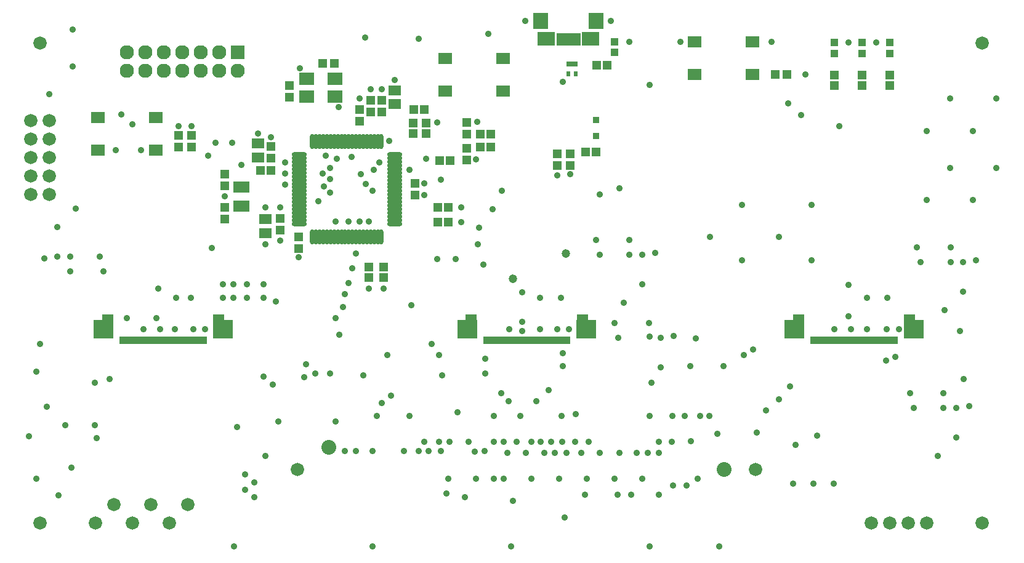
<source format=gts>
G04 Layer_Color=8388736*
%FSLAX25Y25*%
%MOIN*%
G70*
G01*
G75*
%ADD42C,0.03500*%
%ADD46C,0.08000*%
%ADD63R,0.08287X0.06909*%
%ADD64R,0.07302X0.06318*%
%ADD65R,0.08680X0.06318*%
%ADD66O,0.02381X0.08090*%
%ADD67O,0.08090X0.02381*%
%ADD68R,0.10649X0.09861*%
%ADD69R,0.02381X0.04350*%
%ADD70R,0.06318X0.13011*%
%ADD71R,0.08287X0.08680*%
%ADD72R,0.09468X0.07499*%
%ADD73R,0.02775X0.06515*%
%ADD74R,0.04350X0.04350*%
%ADD75R,0.06909X0.05728*%
%ADD76R,0.05137X0.04940*%
%ADD77R,0.04940X0.05137*%
%ADD78R,0.03562X0.03562*%
%ADD79R,0.04743X0.05137*%
%ADD80R,0.05137X0.04743*%
%ADD81R,0.02381X0.02972*%
%ADD82C,0.07200*%
%ADD83R,0.07700X0.07700*%
%ADD84C,0.07700*%
%ADD85C,0.04700*%
D42*
X149000Y75000D02*
D03*
X200000Y59000D02*
D03*
X350000Y257500D02*
D03*
X257500Y180000D02*
D03*
X147500Y140000D02*
D03*
X37500Y287500D02*
D03*
Y267500D02*
D03*
X25000Y252500D02*
D03*
X262500Y285000D02*
D03*
X225000Y282500D02*
D03*
X375000Y120000D02*
D03*
X237500Y100000D02*
D03*
X195000D02*
D03*
X437500Y192500D02*
D03*
X400000D02*
D03*
X420000Y175000D02*
D03*
X382500D02*
D03*
X437500Y162500D02*
D03*
X400000D02*
D03*
X500000Y195000D02*
D03*
Y232500D02*
D03*
X512500Y212500D02*
D03*
Y250000D02*
D03*
X525000Y195000D02*
D03*
Y232500D02*
D03*
X537500Y212500D02*
D03*
Y250000D02*
D03*
X452500Y235000D02*
D03*
X350000Y7500D02*
D03*
X387500D02*
D03*
X275000D02*
D03*
X200000D02*
D03*
X125000D02*
D03*
X196000Y283000D02*
D03*
X113000Y169000D02*
D03*
X18000Y102000D02*
D03*
X14000Y67000D02*
D03*
X37000Y50000D02*
D03*
X30000Y35000D02*
D03*
X18000Y44000D02*
D03*
X457500Y280453D02*
D03*
X472500D02*
D03*
X432000Y241000D02*
D03*
X425000Y247500D02*
D03*
X434358Y263000D02*
D03*
X415858Y280858D02*
D03*
X366642D02*
D03*
X304000Y23000D02*
D03*
X276000Y32000D02*
D03*
X301000Y44000D02*
D03*
X193500Y209000D02*
D03*
X200500Y211500D02*
D03*
X220000D02*
D03*
X229000Y217500D02*
D03*
X203500Y215500D02*
D03*
X188500Y218500D02*
D03*
X323000Y198000D02*
D03*
X141000Y99500D02*
D03*
X146000Y95000D02*
D03*
X119000Y142000D02*
D03*
X124500D02*
D03*
X119000Y149500D02*
D03*
X124500D02*
D03*
X305000Y58000D02*
D03*
X298500D02*
D03*
X408000Y69000D02*
D03*
X132000Y142000D02*
D03*
Y149500D02*
D03*
X141000Y142000D02*
D03*
Y149500D02*
D03*
X192890Y183390D02*
D03*
X198000Y183500D02*
D03*
X187000D02*
D03*
X180000D02*
D03*
X189000Y158000D02*
D03*
X186984Y150016D02*
D03*
X190921Y166079D02*
D03*
X256500Y237500D02*
D03*
X333500Y201500D02*
D03*
X180500Y217500D02*
D03*
X170500Y194500D02*
D03*
X177000Y199000D02*
D03*
Y212500D02*
D03*
X173000Y209500D02*
D03*
X174500Y219000D02*
D03*
X176850Y206350D02*
D03*
X173500Y202500D02*
D03*
X152500Y209500D02*
D03*
Y203500D02*
D03*
Y215500D02*
D03*
X70000Y236000D02*
D03*
X64000Y241500D02*
D03*
X235000Y163000D02*
D03*
X248000Y191000D02*
D03*
Y183000D02*
D03*
X281000Y145000D02*
D03*
X138000Y231000D02*
D03*
X300000Y208500D02*
D03*
X307000Y209000D02*
D03*
X160500Y266500D02*
D03*
X181500Y245500D02*
D03*
X328961Y292039D02*
D03*
X282500D02*
D03*
X237000Y206000D02*
D03*
X512941Y169441D02*
D03*
Y161441D02*
D03*
X349472Y128472D02*
D03*
X111000Y219000D02*
D03*
X351000Y96000D02*
D03*
X338953Y280953D02*
D03*
X212000Y260000D02*
D03*
X235000Y237000D02*
D03*
X303000Y259311D02*
D03*
X209000Y227000D02*
D03*
X205000Y255000D02*
D03*
X199000D02*
D03*
X193000Y250000D02*
D03*
X228000Y197850D02*
D03*
X227850Y204150D02*
D03*
X200000Y200000D02*
D03*
X196047Y203953D02*
D03*
X129000Y214000D02*
D03*
X142000Y191000D02*
D03*
X145000Y229000D02*
D03*
X120000Y197000D02*
D03*
X142000Y171000D02*
D03*
X150000Y173000D02*
D03*
Y191000D02*
D03*
X160000Y164000D02*
D03*
X265000Y190000D02*
D03*
X257000Y171000D02*
D03*
X295205Y92000D02*
D03*
X303000Y105000D02*
D03*
Y112000D02*
D03*
X310000Y79000D02*
D03*
X302000Y142000D02*
D03*
X300000Y125000D02*
D03*
X281000Y129000D02*
D03*
X54228Y156465D02*
D03*
X103000Y125000D02*
D03*
X93000D02*
D03*
X83000Y131000D02*
D03*
X67000D02*
D03*
X323000Y58000D02*
D03*
X313000D02*
D03*
X317000Y64000D02*
D03*
X350000Y78000D02*
D03*
X309500Y64000D02*
D03*
X302500D02*
D03*
X296500D02*
D03*
X288500Y86000D02*
D03*
X278000Y64000D02*
D03*
X286000D02*
D03*
X142000Y56500D02*
D03*
X136000Y42000D02*
D03*
Y34000D02*
D03*
X131000Y46500D02*
D03*
Y38000D02*
D03*
X273500Y86000D02*
D03*
X269500Y90500D02*
D03*
X271000Y64000D02*
D03*
X265500D02*
D03*
Y44000D02*
D03*
Y78000D02*
D03*
X261000Y101000D02*
D03*
Y109000D02*
D03*
X230157Y59000D02*
D03*
X225000D02*
D03*
X217000D02*
D03*
X210000Y89000D02*
D03*
X205000Y85000D02*
D03*
X191000Y59000D02*
D03*
X220000Y78000D02*
D03*
X185000Y59000D02*
D03*
X240000Y36000D02*
D03*
X250000Y34000D02*
D03*
X467543Y125260D02*
D03*
X457543Y132260D02*
D03*
X362000Y64000D02*
D03*
X76000Y125000D02*
D03*
X180000Y75000D02*
D03*
X376000Y44000D02*
D03*
X346000D02*
D03*
X331000D02*
D03*
X316000D02*
D03*
X286000D02*
D03*
X271000D02*
D03*
X256000D02*
D03*
X241000D02*
D03*
X280000Y78000D02*
D03*
X355000Y64000D02*
D03*
X291000D02*
D03*
X274000Y125000D02*
D03*
X382299Y78000D02*
D03*
X369000D02*
D03*
X377299D02*
D03*
X372299Y64614D02*
D03*
X362299Y78000D02*
D03*
X302299D02*
D03*
X202299D02*
D03*
X49465Y96228D02*
D03*
X57465Y98228D02*
D03*
X50417Y66228D02*
D03*
X49465Y73228D02*
D03*
X33465D02*
D03*
X23465Y83228D02*
D03*
X39228Y190465D02*
D03*
X29228Y180465D02*
D03*
Y164465D02*
D03*
X22228Y163512D02*
D03*
X36228Y156465D02*
D03*
Y164465D02*
D03*
X52228D02*
D03*
X345772Y149528D02*
D03*
Y165528D02*
D03*
X352772Y166480D02*
D03*
X338772Y173528D02*
D03*
Y165528D02*
D03*
X320772Y173528D02*
D03*
X322772Y165528D02*
D03*
X330772Y128472D02*
D03*
X332772Y120472D02*
D03*
X362772Y121425D02*
D03*
X355772Y120472D02*
D03*
Y104472D02*
D03*
X492772Y82559D02*
D03*
X490772Y90559D02*
D03*
X508772Y82559D02*
D03*
Y90559D02*
D03*
X522772Y83512D02*
D03*
X515772Y82559D02*
D03*
Y66559D02*
D03*
X505772Y56559D02*
D03*
X509500Y135441D02*
D03*
X519500Y145441D02*
D03*
Y161441D02*
D03*
X526500Y162394D02*
D03*
X494500Y169441D02*
D03*
X496500Y161441D02*
D03*
X478543Y142260D02*
D03*
X467543D02*
D03*
X457543Y149260D02*
D03*
X478197Y125260D02*
D03*
X290378Y142260D02*
D03*
X306126Y125260D02*
D03*
X290378D02*
D03*
X93528Y142260D02*
D03*
X101528D02*
D03*
X478000Y108000D02*
D03*
X483000Y110000D02*
D03*
X438500Y41500D02*
D03*
X427500D02*
D03*
X315000Y35500D02*
D03*
X440500Y67500D02*
D03*
X340000Y35500D02*
D03*
X429000Y62500D02*
D03*
X332500Y35500D02*
D03*
X333500Y58000D02*
D03*
X355000Y35500D02*
D03*
X126500Y72000D02*
D03*
X386500Y68500D02*
D03*
X355000Y58000D02*
D03*
X362500Y40500D02*
D03*
X370000D02*
D03*
X449500Y41500D02*
D03*
X109276Y125260D02*
D03*
X74650Y222142D02*
D03*
X95000Y235000D02*
D03*
X102000D02*
D03*
X115000Y226000D02*
D03*
X124000D02*
D03*
X20000Y117000D02*
D03*
X85000Y125000D02*
D03*
X281000Y124000D02*
D03*
X245000Y163000D02*
D03*
X518000Y124000D02*
D03*
X485000Y125000D02*
D03*
X459000D02*
D03*
X450000D02*
D03*
X520000Y98000D02*
D03*
X208000Y111000D02*
D03*
X260000Y160000D02*
D03*
X236000Y111000D02*
D03*
X232000Y117000D02*
D03*
X270000Y200000D02*
D03*
X84000Y147000D02*
D03*
X163000Y99000D02*
D03*
X164000Y106000D02*
D03*
X169000Y101000D02*
D03*
X177000D02*
D03*
X182000Y122000D02*
D03*
X180000Y131000D02*
D03*
X184000Y137000D02*
D03*
X273000Y58000D02*
D03*
X185000Y144000D02*
D03*
X228000Y64000D02*
D03*
X237000Y59000D02*
D03*
X236000Y64000D02*
D03*
X241500D02*
D03*
X260650Y59000D02*
D03*
X255325Y58675D02*
D03*
X252000Y64000D02*
D03*
X283000Y58000D02*
D03*
X293000D02*
D03*
X246000Y80000D02*
D03*
X256000Y217000D02*
D03*
X372000Y105000D02*
D03*
X390000D02*
D03*
X413000Y81000D02*
D03*
X406000Y114000D02*
D03*
X401000Y111000D02*
D03*
X426000Y94000D02*
D03*
X420000Y87000D02*
D03*
X349000Y58000D02*
D03*
X343000D02*
D03*
X335772Y139528D02*
D03*
X221000Y138000D02*
D03*
X198000Y147000D02*
D03*
X206000D02*
D03*
X61000Y222000D02*
D03*
X350000Y121000D02*
D03*
D46*
X390197Y49299D02*
D03*
X176102Y61307D02*
D03*
D63*
X164323Y260724D02*
D03*
Y251276D02*
D03*
X179677D02*
D03*
Y260724D02*
D03*
D64*
X82650Y222142D02*
D03*
Y239858D02*
D03*
X51350D02*
D03*
Y222142D02*
D03*
X270650Y254142D02*
D03*
Y271858D02*
D03*
X239350D02*
D03*
Y254142D02*
D03*
X374350Y280858D02*
D03*
Y263142D02*
D03*
X405650D02*
D03*
Y280858D02*
D03*
D65*
X129000Y191685D02*
D03*
Y202315D02*
D03*
D66*
X167299Y226886D02*
D03*
X169268D02*
D03*
X171236D02*
D03*
X173205D02*
D03*
X175173D02*
D03*
X177142D02*
D03*
X179110D02*
D03*
X181079D02*
D03*
X183047D02*
D03*
X185016D02*
D03*
X186984D02*
D03*
X188953D02*
D03*
X190921D02*
D03*
X192890D02*
D03*
X194858D02*
D03*
X196827D02*
D03*
X198795D02*
D03*
X200764D02*
D03*
X202732D02*
D03*
X204701D02*
D03*
Y175114D02*
D03*
X202732D02*
D03*
X200764D02*
D03*
X198795D02*
D03*
X196827D02*
D03*
X194858D02*
D03*
X192890D02*
D03*
X190921D02*
D03*
X188953D02*
D03*
X186984D02*
D03*
X185016D02*
D03*
X183047D02*
D03*
X181079D02*
D03*
X179110D02*
D03*
X177142D02*
D03*
X175173D02*
D03*
X173205D02*
D03*
X171236D02*
D03*
X169268D02*
D03*
X167299D02*
D03*
D67*
X211886Y219701D02*
D03*
Y217732D02*
D03*
Y215764D02*
D03*
Y213795D02*
D03*
Y211827D02*
D03*
Y209858D02*
D03*
Y207890D02*
D03*
Y205921D02*
D03*
Y203953D02*
D03*
Y201984D02*
D03*
Y200016D02*
D03*
Y198047D02*
D03*
Y196079D02*
D03*
Y194110D02*
D03*
Y192142D02*
D03*
Y190173D02*
D03*
Y188205D02*
D03*
Y186236D02*
D03*
Y184268D02*
D03*
Y182299D02*
D03*
X160114D02*
D03*
Y184268D02*
D03*
Y186236D02*
D03*
Y188205D02*
D03*
Y190173D02*
D03*
Y192142D02*
D03*
Y194110D02*
D03*
Y196079D02*
D03*
Y198047D02*
D03*
Y200016D02*
D03*
Y201984D02*
D03*
Y203953D02*
D03*
Y205921D02*
D03*
Y207890D02*
D03*
Y209858D02*
D03*
Y211827D02*
D03*
Y213795D02*
D03*
Y215764D02*
D03*
Y217732D02*
D03*
Y219701D02*
D03*
D68*
X118811Y125165D02*
D03*
X54244D02*
D03*
X315661D02*
D03*
X251095D02*
D03*
X492827D02*
D03*
X428260D02*
D03*
D69*
X63890Y119260D02*
D03*
X65858D02*
D03*
X67827D02*
D03*
X69795D02*
D03*
X71764D02*
D03*
X73732D02*
D03*
X75701D02*
D03*
X77669D02*
D03*
X79638D02*
D03*
X81606D02*
D03*
X83575D02*
D03*
X87512D02*
D03*
X85543D02*
D03*
X89480D02*
D03*
X91449D02*
D03*
X93417D02*
D03*
X95386D02*
D03*
X97354D02*
D03*
X99323D02*
D03*
X101291D02*
D03*
X103260D02*
D03*
X105228D02*
D03*
X107197D02*
D03*
X109165D02*
D03*
X260740D02*
D03*
X262709D02*
D03*
X264677D02*
D03*
X266646D02*
D03*
X268614D02*
D03*
X270583D02*
D03*
X272551D02*
D03*
X274520D02*
D03*
X276488D02*
D03*
X278457D02*
D03*
X280425D02*
D03*
X284362D02*
D03*
X282394D02*
D03*
X286331D02*
D03*
X288299D02*
D03*
X290268D02*
D03*
X292236D02*
D03*
X294205D02*
D03*
X296173D02*
D03*
X298142D02*
D03*
X300110D02*
D03*
X302079D02*
D03*
X304047D02*
D03*
X306016D02*
D03*
X437906D02*
D03*
X439874D02*
D03*
X441843D02*
D03*
X443811D02*
D03*
X445780D02*
D03*
X447748D02*
D03*
X449717D02*
D03*
X451685D02*
D03*
X453653D02*
D03*
X455622D02*
D03*
X457590D02*
D03*
X461528D02*
D03*
X459559D02*
D03*
X463496D02*
D03*
X465465D02*
D03*
X467433D02*
D03*
X469402D02*
D03*
X471370D02*
D03*
X473339D02*
D03*
X475307D02*
D03*
X477276D02*
D03*
X479244D02*
D03*
X481213D02*
D03*
X483181D02*
D03*
D70*
X56410Y126937D02*
D03*
X116646D02*
D03*
X253260D02*
D03*
X313496D02*
D03*
X430425D02*
D03*
X490661D02*
D03*
D71*
X290764Y292039D02*
D03*
X320961D02*
D03*
D72*
X293992Y282492D02*
D03*
X317850D02*
D03*
D73*
X300823Y282000D02*
D03*
X303382D02*
D03*
X305941D02*
D03*
X308500D02*
D03*
X311059D02*
D03*
D74*
X331000Y280953D02*
D03*
Y275047D02*
D03*
X480000Y280453D02*
D03*
Y274547D02*
D03*
X465000Y280453D02*
D03*
Y274547D02*
D03*
X450000Y280453D02*
D03*
Y274547D02*
D03*
D75*
X142000Y184740D02*
D03*
Y177260D02*
D03*
X138000Y218260D02*
D03*
Y225740D02*
D03*
X212000Y254480D02*
D03*
Y247000D02*
D03*
D76*
X155000Y250850D02*
D03*
Y257150D02*
D03*
X120000Y184850D02*
D03*
Y191150D02*
D03*
Y209150D02*
D03*
Y202850D02*
D03*
X95000Y223850D02*
D03*
Y230150D02*
D03*
X193000Y237850D02*
D03*
Y244150D02*
D03*
X199000Y242850D02*
D03*
Y249150D02*
D03*
X150000Y185150D02*
D03*
Y178850D02*
D03*
X145000Y217850D02*
D03*
Y224150D02*
D03*
X223000Y204150D02*
D03*
Y197850D02*
D03*
X160000Y175150D02*
D03*
Y168850D02*
D03*
X102000Y223850D02*
D03*
Y230150D02*
D03*
X251000Y230850D02*
D03*
Y237150D02*
D03*
Y223150D02*
D03*
Y216850D02*
D03*
X307000Y220150D02*
D03*
Y213850D02*
D03*
X300000Y220150D02*
D03*
Y213850D02*
D03*
X205000Y249150D02*
D03*
Y242850D02*
D03*
D77*
X179150Y269000D02*
D03*
X172850D02*
D03*
X417850Y263000D02*
D03*
X424150D02*
D03*
D78*
X321000Y238331D02*
D03*
Y229669D02*
D03*
D79*
X229000Y231047D02*
D03*
Y236953D02*
D03*
X222000Y231047D02*
D03*
Y236953D02*
D03*
X206000Y158953D02*
D03*
Y153047D02*
D03*
X198000Y158953D02*
D03*
Y153047D02*
D03*
X480000Y262953D02*
D03*
Y257047D02*
D03*
X465000Y262953D02*
D03*
Y257047D02*
D03*
X450000Y262953D02*
D03*
Y257047D02*
D03*
D80*
X258047Y230953D02*
D03*
X263953D02*
D03*
X258047Y223953D02*
D03*
X263953D02*
D03*
X315047Y221000D02*
D03*
X320953D02*
D03*
X326953Y268000D02*
D03*
X321047D02*
D03*
X144953Y211000D02*
D03*
X139047D02*
D03*
X241953Y216500D02*
D03*
X236047D02*
D03*
X222047Y244000D02*
D03*
X227953D02*
D03*
X235047Y191000D02*
D03*
X240953D02*
D03*
X235047Y183000D02*
D03*
X240953D02*
D03*
D81*
X308000Y268657D02*
D03*
X309968D02*
D03*
X306031D02*
D03*
X309968Y263342D02*
D03*
X306031D02*
D03*
D82*
X407165Y49299D02*
D03*
X159134D02*
D03*
X80000Y30000D02*
D03*
X70000Y20000D02*
D03*
X490000D02*
D03*
X500000D02*
D03*
X480000D02*
D03*
X470000D02*
D03*
X90000D02*
D03*
X50000D02*
D03*
X60000Y30000D02*
D03*
X530000Y280000D02*
D03*
Y20000D02*
D03*
X20000Y280000D02*
D03*
Y20000D02*
D03*
X25000Y238000D02*
D03*
X15000D02*
D03*
X100000Y30000D02*
D03*
X15000Y198000D02*
D03*
X25000D02*
D03*
X15000Y208000D02*
D03*
X25000D02*
D03*
Y218000D02*
D03*
X15000Y228000D02*
D03*
Y218000D02*
D03*
X25000Y228000D02*
D03*
D83*
X127000Y275000D02*
D03*
D84*
X117000D02*
D03*
X107000D02*
D03*
X97000D02*
D03*
X87000D02*
D03*
X77000D02*
D03*
X67000D02*
D03*
X127000Y265000D02*
D03*
X117000D02*
D03*
X107000D02*
D03*
X97000D02*
D03*
X87000D02*
D03*
X77000D02*
D03*
X67000D02*
D03*
D85*
X276000Y152500D02*
D03*
X304500Y166000D02*
D03*
M02*

</source>
